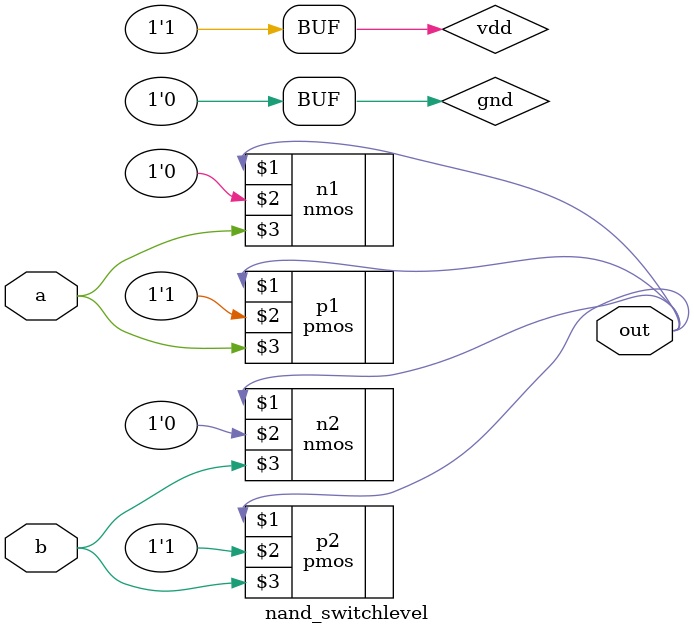
<source format=v>
`timescale 1ns / 1ps


module nand_switchlevel(out,a,b);
input a,b;
output out;
supply1 vdd;
supply0 gnd;

pmos p1(out,vdd,a);
pmos p2(out,vdd,b);

nmos n1(out,gnd,a);
nmos n2(out,gnd,b);

endmodule

</source>
